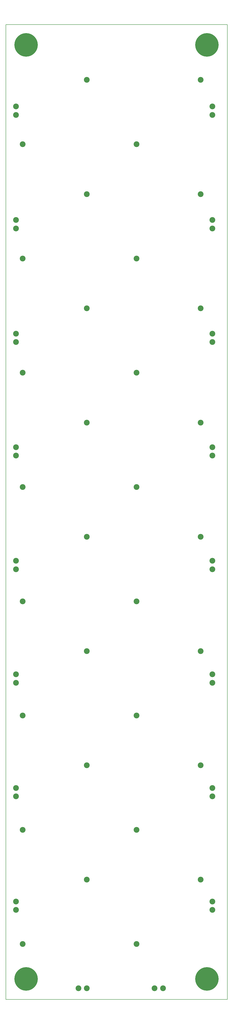
<source format=gbr>
%TF.GenerationSoftware,KiCad,Pcbnew,(6.0.9)*%
%TF.CreationDate,2022-11-21T23:05:52-05:00*%
%TF.ProjectId,Sensor_Board_2x8,53656e73-6f72-45f4-926f-6172645f3278,rev?*%
%TF.SameCoordinates,PX1728520PY19b87b58*%
%TF.FileFunction,Soldermask,Top*%
%TF.FilePolarity,Negative*%
%FSLAX46Y46*%
G04 Gerber Fmt 4.6, Leading zero omitted, Abs format (unit mm)*
G04 Created by KiCad (PCBNEW (6.0.9)) date 2022-11-21 23:05:52*
%MOMM*%
%LPD*%
G01*
G04 APERTURE LIST*
%TA.AperFunction,Profile*%
%ADD10C,0.200000*%
%TD*%
%ADD11C,2.404800*%
%ADD12C,9.804800*%
G04 APERTURE END LIST*
D10*
X0Y0D02*
X92720000Y0D01*
X92720000Y0D02*
X92720000Y406400000D01*
X92720000Y406400000D02*
X0Y406400000D01*
X0Y406400000D02*
X0Y0D01*
X0Y0D02*
X92720000Y0D01*
X92720000Y0D02*
X92720000Y406400000D01*
X92720000Y406400000D02*
X0Y406400000D01*
X0Y406400000D02*
X0Y0D01*
D11*
%TO.C,J15*%
X86502000Y179340088D03*
X86502000Y182840088D03*
%TD*%
%TO.C,J1*%
X4241800Y372237000D03*
X4241800Y368737000D03*
%TD*%
%TO.C,S3*%
X33927600Y288092000D03*
X7057600Y261222000D03*
%TD*%
%TO.C,S15*%
X81557600Y97572000D03*
X54687600Y70702000D03*
%TD*%
%TO.C,S10*%
X81557600Y335722000D03*
X54687600Y308852000D03*
%TD*%
D12*
%TO.C,REF\u002A\u002A*%
X84220000Y397900000D03*
%TD*%
D11*
%TO.C,S8*%
X33927600Y49942000D03*
X7057600Y23072000D03*
%TD*%
%TO.C,J13*%
X86502000Y274038544D03*
X86502000Y277538544D03*
%TD*%
D12*
%TO.C,*%
X84220000Y8500000D03*
%TD*%
D11*
%TO.C,J18*%
X86502000Y37292400D03*
X86502000Y40792400D03*
%TD*%
D12*
%TO.C,REF\u002A\u002A*%
X8500000Y397900000D03*
%TD*%
D11*
%TO.C,J11*%
X86502000Y368737000D03*
X86502000Y372237000D03*
%TD*%
%TO.C,S14*%
X81557600Y145202000D03*
X54687600Y118332000D03*
%TD*%
%TO.C,S2*%
X33927600Y335722000D03*
X7057600Y308852000D03*
%TD*%
%TO.C,J5*%
X4241800Y182840088D03*
X4241800Y179340088D03*
%TD*%
%TO.C,J17*%
X86502000Y84641632D03*
X86502000Y88141632D03*
%TD*%
%TO.C,S5*%
X33927600Y192832000D03*
X7057600Y165962000D03*
%TD*%
D12*
%TO.C,REF\u002A\u002A*%
X8500000Y8500000D03*
%TD*%
D11*
%TO.C,J8*%
X4241800Y40792400D03*
X4241800Y37292400D03*
%TD*%
%TO.C,S11*%
X81557600Y288092000D03*
X54687600Y261222000D03*
%TD*%
%TO.C,S4*%
X33927600Y240462000D03*
X7057600Y213592000D03*
%TD*%
%TO.C,J10*%
X62283200Y4661000D03*
X65783200Y4661000D03*
%TD*%
%TO.C,J3*%
X4241800Y277538544D03*
X4241800Y274038544D03*
%TD*%
%TO.C,J7*%
X4241800Y88141632D03*
X4241800Y84641632D03*
%TD*%
%TO.C,J16*%
X86502000Y131990860D03*
X86502000Y135490860D03*
%TD*%
%TO.C,J2*%
X4241800Y324887772D03*
X4241800Y321387772D03*
%TD*%
%TO.C,S6*%
X33927600Y145202000D03*
X7057600Y118332000D03*
%TD*%
%TO.C,S1*%
X33927600Y383352000D03*
X7057600Y356482000D03*
%TD*%
%TO.C,S9*%
X81557600Y383352000D03*
X54687600Y356482000D03*
%TD*%
%TO.C,J6*%
X4241800Y135490860D03*
X4241800Y131990860D03*
%TD*%
%TO.C,S7*%
X33927600Y97572000D03*
X7057600Y70702000D03*
%TD*%
%TO.C,J9*%
X30436800Y4661000D03*
X33936800Y4661000D03*
%TD*%
%TO.C,J12*%
X86502000Y321387772D03*
X86502000Y324887772D03*
%TD*%
%TO.C,J14*%
X86502000Y226689316D03*
X86502000Y230189316D03*
%TD*%
%TO.C,S13*%
X81557600Y192832000D03*
X54687600Y165962000D03*
%TD*%
%TO.C,S16*%
X81557600Y49942000D03*
X54687600Y23072000D03*
%TD*%
%TO.C,J4*%
X4241800Y230189316D03*
X4241800Y226689316D03*
%TD*%
%TO.C,S12*%
X81557600Y240462000D03*
X54687600Y213592000D03*
%TD*%
M02*

</source>
